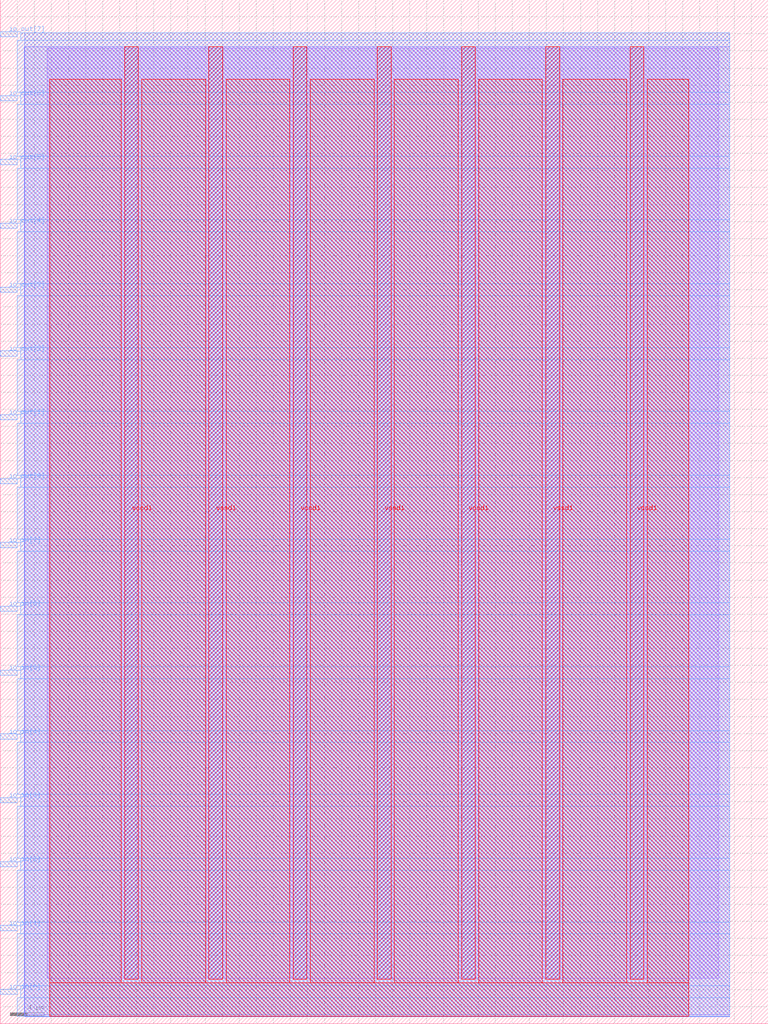
<source format=lef>
VERSION 5.7 ;
  NOWIREEXTENSIONATPIN ON ;
  DIVIDERCHAR "/" ;
  BUSBITCHARS "[]" ;
MACRO tomkeddie_top_tto
  CLASS BLOCK ;
  FOREIGN tomkeddie_top_tto ;
  ORIGIN 0.000 0.000 ;
  SIZE 90.000 BY 120.000 ;
  PIN io_in[0]
    DIRECTION INPUT ;
    USE SIGNAL ;
    PORT
      LAYER met3 ;
        RECT 0.000 3.440 2.000 4.040 ;
    END
  END io_in[0]
  PIN io_in[1]
    DIRECTION INPUT ;
    USE SIGNAL ;
    PORT
      LAYER met3 ;
        RECT 0.000 10.920 2.000 11.520 ;
    END
  END io_in[1]
  PIN io_in[2]
    DIRECTION INPUT ;
    USE SIGNAL ;
    PORT
      LAYER met3 ;
        RECT 0.000 18.400 2.000 19.000 ;
    END
  END io_in[2]
  PIN io_in[3]
    DIRECTION INPUT ;
    USE SIGNAL ;
    PORT
      LAYER met3 ;
        RECT 0.000 25.880 2.000 26.480 ;
    END
  END io_in[3]
  PIN io_in[4]
    DIRECTION INPUT ;
    USE SIGNAL ;
    PORT
      LAYER met3 ;
        RECT 0.000 33.360 2.000 33.960 ;
    END
  END io_in[4]
  PIN io_in[5]
    DIRECTION INPUT ;
    USE SIGNAL ;
    PORT
      LAYER met3 ;
        RECT 0.000 40.840 2.000 41.440 ;
    END
  END io_in[5]
  PIN io_in[6]
    DIRECTION INPUT ;
    USE SIGNAL ;
    PORT
      LAYER met3 ;
        RECT 0.000 48.320 2.000 48.920 ;
    END
  END io_in[6]
  PIN io_in[7]
    DIRECTION INPUT ;
    USE SIGNAL ;
    PORT
      LAYER met3 ;
        RECT 0.000 55.800 2.000 56.400 ;
    END
  END io_in[7]
  PIN io_out[0]
    DIRECTION OUTPUT TRISTATE ;
    USE SIGNAL ;
    PORT
      LAYER met3 ;
        RECT 0.000 63.280 2.000 63.880 ;
    END
  END io_out[0]
  PIN io_out[1]
    DIRECTION OUTPUT TRISTATE ;
    USE SIGNAL ;
    PORT
      LAYER met3 ;
        RECT 0.000 70.760 2.000 71.360 ;
    END
  END io_out[1]
  PIN io_out[2]
    DIRECTION OUTPUT TRISTATE ;
    USE SIGNAL ;
    PORT
      LAYER met3 ;
        RECT 0.000 78.240 2.000 78.840 ;
    END
  END io_out[2]
  PIN io_out[3]
    DIRECTION OUTPUT TRISTATE ;
    USE SIGNAL ;
    PORT
      LAYER met3 ;
        RECT 0.000 85.720 2.000 86.320 ;
    END
  END io_out[3]
  PIN io_out[4]
    DIRECTION OUTPUT TRISTATE ;
    USE SIGNAL ;
    PORT
      LAYER met3 ;
        RECT 0.000 93.200 2.000 93.800 ;
    END
  END io_out[4]
  PIN io_out[5]
    DIRECTION OUTPUT TRISTATE ;
    USE SIGNAL ;
    PORT
      LAYER met3 ;
        RECT 0.000 100.680 2.000 101.280 ;
    END
  END io_out[5]
  PIN io_out[6]
    DIRECTION OUTPUT TRISTATE ;
    USE SIGNAL ;
    PORT
      LAYER met3 ;
        RECT 0.000 108.160 2.000 108.760 ;
    END
  END io_out[6]
  PIN io_out[7]
    DIRECTION OUTPUT TRISTATE ;
    USE SIGNAL ;
    PORT
      LAYER met3 ;
        RECT 0.000 115.640 2.000 116.240 ;
    END
  END io_out[7]
  PIN vccd1
    DIRECTION INOUT ;
    USE POWER ;
    PORT
      LAYER met4 ;
        RECT 14.590 5.200 16.190 114.480 ;
    END
    PORT
      LAYER met4 ;
        RECT 34.330 5.200 35.930 114.480 ;
    END
    PORT
      LAYER met4 ;
        RECT 54.070 5.200 55.670 114.480 ;
    END
    PORT
      LAYER met4 ;
        RECT 73.810 5.200 75.410 114.480 ;
    END
  END vccd1
  PIN vssd1
    DIRECTION INOUT ;
    USE GROUND ;
    PORT
      LAYER met4 ;
        RECT 24.460 5.200 26.060 114.480 ;
    END
    PORT
      LAYER met4 ;
        RECT 44.200 5.200 45.800 114.480 ;
    END
    PORT
      LAYER met4 ;
        RECT 63.940 5.200 65.540 114.480 ;
    END
  END vssd1
  OBS
      LAYER li1 ;
        RECT 5.520 5.355 84.180 114.325 ;
      LAYER met1 ;
        RECT 2.830 1.060 85.490 114.480 ;
      LAYER met2 ;
        RECT 2.850 0.835 85.470 116.125 ;
      LAYER met3 ;
        RECT 2.400 115.240 85.495 116.105 ;
        RECT 2.000 109.160 85.495 115.240 ;
        RECT 2.400 107.760 85.495 109.160 ;
        RECT 2.000 101.680 85.495 107.760 ;
        RECT 2.400 100.280 85.495 101.680 ;
        RECT 2.000 94.200 85.495 100.280 ;
        RECT 2.400 92.800 85.495 94.200 ;
        RECT 2.000 86.720 85.495 92.800 ;
        RECT 2.400 85.320 85.495 86.720 ;
        RECT 2.000 79.240 85.495 85.320 ;
        RECT 2.400 77.840 85.495 79.240 ;
        RECT 2.000 71.760 85.495 77.840 ;
        RECT 2.400 70.360 85.495 71.760 ;
        RECT 2.000 64.280 85.495 70.360 ;
        RECT 2.400 62.880 85.495 64.280 ;
        RECT 2.000 56.800 85.495 62.880 ;
        RECT 2.400 55.400 85.495 56.800 ;
        RECT 2.000 49.320 85.495 55.400 ;
        RECT 2.400 47.920 85.495 49.320 ;
        RECT 2.000 41.840 85.495 47.920 ;
        RECT 2.400 40.440 85.495 41.840 ;
        RECT 2.000 34.360 85.495 40.440 ;
        RECT 2.400 32.960 85.495 34.360 ;
        RECT 2.000 26.880 85.495 32.960 ;
        RECT 2.400 25.480 85.495 26.880 ;
        RECT 2.000 19.400 85.495 25.480 ;
        RECT 2.400 18.000 85.495 19.400 ;
        RECT 2.000 11.920 85.495 18.000 ;
        RECT 2.400 10.520 85.495 11.920 ;
        RECT 2.000 4.440 85.495 10.520 ;
        RECT 2.400 3.040 85.495 4.440 ;
        RECT 2.000 0.855 85.495 3.040 ;
      LAYER met4 ;
        RECT 5.815 4.800 14.190 110.665 ;
        RECT 16.590 4.800 24.060 110.665 ;
        RECT 26.460 4.800 33.930 110.665 ;
        RECT 36.330 4.800 43.800 110.665 ;
        RECT 46.200 4.800 53.670 110.665 ;
        RECT 56.070 4.800 63.540 110.665 ;
        RECT 65.940 4.800 73.410 110.665 ;
        RECT 75.810 4.800 80.665 110.665 ;
        RECT 5.815 0.855 80.665 4.800 ;
  END
END tomkeddie_top_tto
END LIBRARY


</source>
